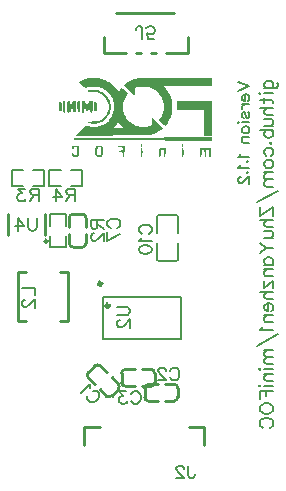
<source format=gbo>
G04 Layer: BottomSilkLayer*
G04 EasyEDA v6.4.25, 2021-10-30T01:07:18+08:00*
G04 7f02064591534d1f9d428ba05e81f3eb,34bb6763e28e4bbdb854ef51fa08daf4,10*
G04 Gerber Generator version 0.2*
G04 Scale: 100 percent, Rotated: No, Reflected: No *
G04 Dimensions in millimeters *
G04 leading zeros omitted , absolute positions ,4 integer and 5 decimal *
%FSLAX45Y45*%
%MOMM*%

%ADD10C,0.2540*%
%ADD11C,0.2000*%
%ADD12C,0.3000*%
%ADD43C,0.1524*%
%ADD45C,0.2032*%

%LPD*%
G36*
X820216Y3430270D02*
G01*
X811682Y3429914D01*
X794562Y3427780D01*
X770788Y3424072D01*
X759206Y3420973D01*
X745947Y3416655D01*
X732637Y3411677D01*
X697839Y3396386D01*
X717804Y3371697D01*
X725474Y3363468D01*
X733094Y3356203D01*
X739749Y3350869D01*
X742442Y3349193D01*
X748690Y3346602D01*
X754837Y3345586D01*
X761441Y3346246D01*
X772566Y3349599D01*
X777697Y3350615D01*
X783894Y3351529D01*
X798830Y3352952D01*
X815441Y3353663D01*
X830275Y3353612D01*
X842619Y3353003D01*
X854202Y3351834D01*
X864971Y3350209D01*
X874725Y3348126D01*
X883259Y3345637D01*
X887069Y3344214D01*
X892149Y3341878D01*
X897940Y3338880D01*
X904189Y3335274D01*
X917295Y3326790D01*
X923747Y3322167D01*
X935532Y3312820D01*
X943864Y3305048D01*
X951687Y3296665D01*
X958951Y3287572D01*
X965758Y3277768D01*
X968959Y3272637D01*
X974953Y3261766D01*
X981303Y3248609D01*
X986688Y3236061D01*
X988720Y3230524D01*
X990244Y3225292D01*
X991463Y3220059D01*
X992276Y3214674D01*
X992784Y3208883D01*
X993038Y3202584D01*
X992835Y3187395D01*
X992073Y3169615D01*
X990904Y3154984D01*
X989126Y3142742D01*
X986485Y3131820D01*
X984758Y3126536D01*
X980287Y3115716D01*
X974344Y3103676D01*
X968756Y3093821D01*
X962304Y3084169D01*
X955192Y3074822D01*
X947521Y3065932D01*
X939342Y3057702D01*
X935177Y3053842D01*
X926642Y3046882D01*
X917600Y3040430D01*
X907999Y3034436D01*
X898144Y3029102D01*
X888339Y3024530D01*
X878789Y3020822D01*
X869086Y3017977D01*
X858926Y3015742D01*
X848614Y3014116D01*
X838047Y3013151D01*
X827125Y3012846D01*
X815695Y3013202D01*
X802487Y3014218D01*
X788009Y3015742D01*
X775004Y3017418D01*
X765048Y3019044D01*
X758952Y3020263D01*
X756158Y3020364D01*
X753364Y3019958D01*
X750316Y3018993D01*
X746963Y3017316D01*
X743204Y3014878D01*
X738886Y3011678D01*
X732944Y3006648D01*
X997864Y3006648D01*
X1021537Y3039516D01*
X1030986Y3052165D01*
X1032611Y3054045D01*
X1038047Y3047085D01*
X1066749Y3006648D01*
X732944Y3006648D01*
X721664Y2996285D01*
X705459Y2980486D01*
X662432Y2937865D01*
X1306423Y2940862D01*
X1352092Y2962402D01*
X1359916Y2966466D01*
X1374495Y2974848D01*
X1386382Y2982671D01*
X1390853Y2986074D01*
X1394002Y2989021D01*
X1405890Y3001670D01*
X1355750Y3052064D01*
X1340205Y3067050D01*
X1327810Y3078429D01*
X1323289Y3082290D01*
X1320088Y3084728D01*
X1318412Y3085592D01*
X1316837Y3083153D01*
X1315516Y3076549D01*
X1314653Y3066796D01*
X1314348Y3054858D01*
X1314348Y3024124D01*
X1293977Y3018028D01*
X1289253Y3016808D01*
X1283563Y3015640D01*
X1270203Y3013710D01*
X1255623Y3012389D01*
X1241552Y3011932D01*
X1234084Y3012135D01*
X1226312Y3012694D01*
X1218387Y3013608D01*
X1210411Y3014827D01*
X1202537Y3016402D01*
X1194917Y3018231D01*
X1187653Y3020314D01*
X1180846Y3022600D01*
X1174597Y3025190D01*
X1167841Y3028442D01*
X1153566Y3036417D01*
X1139748Y3045460D01*
X1133551Y3050082D01*
X1128115Y3054553D01*
X1120495Y3061868D01*
X1113028Y3070199D01*
X1105916Y3079394D01*
X1099159Y3089351D01*
X1092911Y3099917D01*
X1087221Y3110941D01*
X1081125Y3124301D01*
X1076655Y3135833D01*
X1074978Y3141218D01*
X1073607Y3146501D01*
X1072540Y3151835D01*
X1071118Y3163112D01*
X1070559Y3176066D01*
X1070508Y3191205D01*
X1071118Y3204464D01*
X1071727Y3210306D01*
X1072642Y3215792D01*
X1073810Y3221228D01*
X1075385Y3226612D01*
X1077315Y3232200D01*
X1079652Y3238144D01*
X1085850Y3251758D01*
X1109065Y3298342D01*
X1086916Y3320948D01*
X1077874Y3329686D01*
X1069594Y3336848D01*
X1063040Y3341725D01*
X1059129Y3343503D01*
X1056132Y3342182D01*
X1052169Y3338576D01*
X1047800Y3333242D01*
X1043533Y3326688D01*
X1033627Y3309924D01*
X1025601Y3322777D01*
X1020368Y3329787D01*
X1012088Y3339439D01*
X1001928Y3350412D01*
X990955Y3361436D01*
X986790Y3365347D01*
X977341Y3373272D01*
X966724Y3381197D01*
X955344Y3388817D01*
X943610Y3395929D01*
X931824Y3402279D01*
X920648Y3407511D01*
X908862Y3412337D01*
X896467Y3416858D01*
X884072Y3420872D01*
X872388Y3424123D01*
X862076Y3426510D01*
X851255Y3428085D01*
X838098Y3429406D01*
G37*
G36*
X1275181Y3429660D02*
G01*
X1233474Y3429304D01*
X1224940Y3428593D01*
X1205331Y3426256D01*
X1195933Y3424834D01*
X1190904Y3423818D01*
X1177848Y3420059D01*
X1162202Y3414522D01*
X1145844Y3407867D01*
X1130401Y3400704D01*
X1115720Y3392830D01*
X1109014Y3388918D01*
X1097889Y3381603D01*
X1093876Y3378454D01*
X1091082Y3375812D01*
X1080973Y3364382D01*
X1131062Y3313937D01*
X1146556Y3298901D01*
X1158900Y3287522D01*
X1166571Y3281222D01*
X1168247Y3280359D01*
X1169771Y3282797D01*
X1171041Y3289452D01*
X1171905Y3299358D01*
X1172260Y3321405D01*
X1172565Y3329076D01*
X1173226Y3334816D01*
X1174496Y3339033D01*
X1176477Y3342081D01*
X1179423Y3344367D01*
X1183487Y3346297D01*
X1188821Y3348228D01*
X1192936Y3349396D01*
X1198372Y3350463D01*
X1212240Y3352241D01*
X1228547Y3353409D01*
X1245362Y3353714D01*
X1257808Y3353358D01*
X1269695Y3352495D01*
X1280871Y3351072D01*
X1291082Y3349244D01*
X1300226Y3346907D01*
X1308150Y3344214D01*
X1313230Y3341878D01*
X1318971Y3338880D01*
X1325219Y3335274D01*
X1338326Y3326790D01*
X1344828Y3322167D01*
X1356614Y3312820D01*
X1364945Y3305048D01*
X1372768Y3296615D01*
X1376476Y3292195D01*
X1383487Y3282746D01*
X1390040Y3272536D01*
X1396085Y3261614D01*
X1402181Y3248914D01*
X1407363Y3236671D01*
X1409395Y3231083D01*
X1411071Y3225698D01*
X1412443Y3220415D01*
X1413510Y3215030D01*
X1414322Y3209442D01*
X1415237Y3197148D01*
X1415491Y3182467D01*
X1415237Y3167329D01*
X1414881Y3160826D01*
X1414272Y3154883D01*
X1413408Y3149295D01*
X1412240Y3143859D01*
X1410716Y3138474D01*
X1408836Y3132886D01*
X1403705Y3120593D01*
X1396492Y3105658D01*
X1377492Y3067558D01*
X1399641Y3045002D01*
X1408684Y3036265D01*
X1416964Y3029051D01*
X1423517Y3024225D01*
X1427480Y3022447D01*
X1428953Y3023057D01*
X1431036Y3024733D01*
X1433626Y3027375D01*
X1439926Y3035198D01*
X1447038Y3045510D01*
X1454302Y3057550D01*
X1461770Y3071215D01*
X1468678Y3085134D01*
X1474165Y3097479D01*
X1477264Y3106013D01*
X1479448Y3114598D01*
X1481582Y3124962D01*
X1483512Y3136493D01*
X1485138Y3148584D01*
X1486357Y3160623D01*
X1487119Y3172561D01*
X1487373Y3185312D01*
X1487119Y3198164D01*
X1486408Y3210712D01*
X1485290Y3222447D01*
X1483766Y3232912D01*
X1481277Y3243884D01*
X1477365Y3257651D01*
X1472742Y3271418D01*
X1467967Y3283407D01*
X1465732Y3288233D01*
X1460195Y3298393D01*
X1453032Y3310432D01*
X1445107Y3322929D01*
X1437386Y3334308D01*
X1419606Y3359302D01*
X1824837Y3359302D01*
X1824837Y3427628D01*
X1389380Y3429558D01*
G37*
G36*
X829259Y3326231D02*
G01*
X812850Y3325876D01*
X798677Y3324758D01*
X786536Y3323386D01*
X777748Y3321761D01*
X774954Y3320999D01*
X773480Y3320237D01*
X772718Y3318408D01*
X773226Y3316224D01*
X774903Y3313836D01*
X777646Y3311651D01*
X782370Y3309975D01*
X789533Y3309061D01*
X798169Y3309010D01*
X812546Y3310382D01*
X818337Y3310534D01*
X824484Y3310382D01*
X830935Y3309874D01*
X837590Y3309010D01*
X844397Y3307842D01*
X851153Y3306368D01*
X857859Y3304590D01*
X864920Y3302304D01*
X871778Y3299663D01*
X878382Y3296615D01*
X884732Y3293211D01*
X890879Y3289401D01*
X896721Y3285185D01*
X902360Y3280664D01*
X907796Y3275736D01*
X912571Y3270707D01*
X917295Y3265119D01*
X921867Y3259074D01*
X926185Y3252673D01*
X930249Y3246018D01*
X933958Y3239211D01*
X937260Y3232302D01*
X940053Y3225444D01*
X944371Y3212896D01*
X947928Y3200704D01*
X950315Y3190290D01*
X951179Y3182975D01*
X950976Y3179826D01*
X950366Y3175812D01*
X948080Y3165703D01*
X944778Y3154070D01*
X940663Y3142183D01*
X938123Y3135985D01*
X935024Y3129584D01*
X931468Y3123133D01*
X927557Y3116732D01*
X923391Y3110585D01*
X919073Y3104845D01*
X914704Y3099663D01*
X910437Y3095193D01*
X901344Y3087116D01*
X891235Y3079191D01*
X881329Y3072282D01*
X876858Y3069488D01*
X872896Y3067304D01*
X868273Y3065272D01*
X862990Y3063494D01*
X857097Y3061919D01*
X850595Y3060649D01*
X843635Y3059684D01*
X836117Y3058922D01*
X828192Y3058515D01*
X812596Y3058261D01*
X798982Y3057652D01*
X787603Y3056534D01*
X783183Y3055823D01*
X779881Y3055061D01*
X777798Y3054197D01*
X775157Y3052165D01*
X774090Y3050235D01*
X774649Y3048355D01*
X776782Y3046577D01*
X781050Y3044952D01*
X788314Y3043174D01*
X797712Y3041446D01*
X808075Y3040024D01*
X814425Y3039465D01*
X821029Y3039262D01*
X827836Y3039465D01*
X834847Y3040024D01*
X841959Y3040888D01*
X849172Y3042158D01*
X856487Y3043783D01*
X863853Y3045764D01*
X871372Y3048203D01*
X878687Y3050997D01*
X885698Y3054197D01*
X892505Y3057753D01*
X899058Y3061766D01*
X905459Y3066237D01*
X911707Y3071114D01*
X917803Y3076397D01*
X922782Y3081223D01*
X932891Y3092196D01*
X937717Y3097987D01*
X946200Y3109366D01*
X949553Y3114548D01*
X952195Y3119170D01*
X954379Y3123996D01*
X956564Y3129635D01*
X960526Y3142589D01*
X963625Y3156407D01*
X964742Y3163112D01*
X965504Y3169412D01*
X965911Y3175762D01*
X966063Y3182518D01*
X965657Y3196437D01*
X965149Y3203194D01*
X963472Y3215233D01*
X962355Y3220110D01*
X960882Y3224885D01*
X956462Y3236061D01*
X950671Y3248152D01*
X944168Y3259734D01*
X940917Y3264865D01*
X937412Y3269792D01*
X933399Y3274923D01*
X924458Y3285032D01*
X915212Y3293973D01*
X910844Y3297682D01*
X906830Y3300628D01*
X898093Y3306064D01*
X887933Y3311601D01*
X877620Y3316630D01*
X868426Y3320440D01*
X863346Y3322116D01*
X857605Y3323488D01*
X851255Y3324555D01*
X844397Y3325418D01*
X837031Y3325977D01*
G37*
G36*
X572008Y3232962D02*
G01*
X568655Y3232759D01*
X566115Y3231845D01*
X564286Y3229711D01*
X563067Y3225901D01*
X562457Y3219907D01*
X562254Y3211322D01*
X562813Y3184347D01*
X563930Y3159201D01*
X564692Y3150616D01*
X565708Y3144164D01*
X567029Y3139643D01*
X568756Y3136646D01*
X570890Y3134868D01*
X573532Y3133953D01*
X576326Y3133750D01*
X578459Y3134563D01*
X580085Y3136747D01*
X581253Y3140760D01*
X582015Y3146958D01*
X582472Y3155696D01*
X582777Y3182569D01*
X582472Y3210356D01*
X582015Y3219246D01*
X581152Y3225495D01*
X579831Y3229457D01*
X577951Y3231743D01*
X575360Y3232759D01*
G37*
G36*
X609092Y3232962D02*
G01*
X605790Y3232708D01*
X603300Y3231692D01*
X601421Y3229406D01*
X600151Y3225342D01*
X599287Y3219145D01*
X598830Y3210255D01*
X598525Y3182620D01*
X598779Y3154019D01*
X599236Y3145129D01*
X600100Y3139186D01*
X601573Y3135630D01*
X603656Y3133902D01*
X606552Y3133547D01*
X610362Y3133902D01*
X616305Y3136087D01*
X622147Y3141014D01*
X627888Y3148685D01*
X633628Y3159302D01*
X645058Y3182975D01*
X646785Y3159302D01*
X648106Y3147314D01*
X650189Y3140100D01*
X653694Y3136544D01*
X659079Y3135630D01*
X662279Y3135884D01*
X664819Y3136950D01*
X666750Y3139236D01*
X668172Y3143199D01*
X669239Y3149244D01*
X670001Y3157829D01*
X671118Y3184296D01*
X672642Y3232962D01*
X659384Y3232962D01*
X655675Y3232708D01*
X652272Y3231845D01*
X649173Y3230270D01*
X646176Y3227882D01*
X643178Y3224580D01*
X640080Y3220212D01*
X636727Y3214725D01*
X620064Y3182975D01*
X619861Y3207969D01*
X619353Y3220923D01*
X617778Y3228492D01*
X614527Y3232099D01*
G37*
G36*
X693267Y3232962D02*
G01*
X689813Y3232759D01*
X687222Y3231845D01*
X685342Y3229762D01*
X684123Y3225952D01*
X683463Y3220008D01*
X683260Y3211372D01*
X683869Y3184296D01*
X684987Y3157829D01*
X685749Y3149244D01*
X686765Y3143199D01*
X688238Y3139236D01*
X690168Y3136950D01*
X692658Y3135884D01*
X695909Y3135630D01*
X699109Y3135833D01*
X701598Y3136798D01*
X703529Y3138881D01*
X705002Y3142335D01*
X706069Y3147517D01*
X706831Y3154883D01*
X707999Y3177235D01*
X708355Y3193948D01*
X708304Y3208731D01*
X707745Y3219907D01*
X707339Y3223666D01*
X706831Y3225952D01*
X704951Y3228644D01*
X701751Y3230880D01*
X697687Y3232404D01*
G37*
G36*
X719582Y3232962D02*
G01*
X719632Y3167481D01*
X719886Y3155543D01*
X720344Y3146704D01*
X721207Y3140557D01*
X722477Y3136544D01*
X724357Y3134258D01*
X726846Y3133191D01*
X730097Y3132988D01*
X735634Y3133902D01*
X738886Y3137814D01*
X740511Y3146196D01*
X741172Y3160623D01*
X741680Y3188258D01*
X749757Y3168497D01*
X753516Y3160826D01*
X757682Y3154578D01*
X761796Y3150311D01*
X765302Y3148787D01*
X769010Y3150514D01*
X773531Y3155340D01*
X778357Y3162452D01*
X782878Y3171139D01*
X793038Y3193491D01*
X793292Y3153968D01*
X793546Y3147009D01*
X794054Y3141726D01*
X794918Y3137966D01*
X796086Y3135477D01*
X797712Y3134156D01*
X799846Y3133699D01*
X802487Y3133953D01*
X805129Y3134868D01*
X807313Y3136646D01*
X808990Y3139643D01*
X810310Y3144164D01*
X811326Y3150616D01*
X812088Y3159201D01*
X813206Y3184347D01*
X814730Y3232962D01*
X794766Y3232810D01*
X791006Y3232150D01*
X787806Y3230930D01*
X785012Y3228949D01*
X782472Y3226104D01*
X780034Y3222193D01*
X777494Y3217062D01*
X765556Y3188258D01*
X758596Y3204006D01*
X755904Y3210661D01*
X753618Y3217113D01*
X752043Y3222599D01*
X751433Y3226409D01*
X750112Y3229000D01*
X746709Y3231083D01*
X741680Y3232454D01*
X735380Y3232962D01*
G37*
G36*
X1530096Y3232962D02*
G01*
X1530096Y3159302D01*
X1756460Y3159302D01*
X1756460Y2938221D01*
X1824837Y2938221D01*
X1824837Y3232962D01*
G37*
G36*
X544322Y3227730D02*
G01*
X541172Y3227222D01*
X537667Y3225850D01*
X534162Y3223869D01*
X531164Y3221380D01*
X528726Y3216605D01*
X526694Y3208274D01*
X525373Y3197555D01*
X524865Y3185617D01*
X525373Y3173679D01*
X526694Y3162909D01*
X528726Y3154578D01*
X531164Y3149803D01*
X534162Y3147364D01*
X537667Y3145332D01*
X541172Y3144012D01*
X544322Y3143504D01*
X546049Y3144012D01*
X547522Y3145688D01*
X548690Y3148634D01*
X549656Y3152902D01*
X550316Y3158642D01*
X550824Y3165906D01*
X551180Y3185617D01*
X550824Y3205276D01*
X550316Y3212541D01*
X549656Y3218281D01*
X548690Y3222548D01*
X547522Y3225495D01*
X546049Y3227171D01*
G37*
G36*
X832561Y3227730D02*
G01*
X830478Y3227273D01*
X828802Y3225850D01*
X827430Y3223209D01*
X826414Y3219196D01*
X825703Y3213608D01*
X825195Y3206292D01*
X824839Y3185617D01*
X825195Y3164890D01*
X825703Y3157575D01*
X826414Y3151987D01*
X827430Y3147974D01*
X828802Y3145383D01*
X830478Y3143910D01*
X832561Y3143504D01*
X836015Y3144316D01*
X839622Y3146501D01*
X843026Y3149701D01*
X845718Y3153664D01*
X847852Y3159353D01*
X849579Y3167278D01*
X850747Y3176371D01*
X851153Y3185617D01*
X850747Y3194862D01*
X849579Y3203956D01*
X847852Y3211880D01*
X845718Y3217519D01*
X843026Y3221482D01*
X839622Y3224733D01*
X836015Y3226917D01*
G37*
G36*
X1824837Y2922473D02*
G01*
X998423Y2920542D01*
X826262Y2919780D01*
X767435Y2919272D01*
X723798Y2918561D01*
X693064Y2917647D01*
X672947Y2916428D01*
X666191Y2915767D01*
X661263Y2914954D01*
X657809Y2914091D01*
X655269Y2912872D01*
X654151Y2911500D01*
X653796Y2909976D01*
X653999Y2907385D01*
X654659Y2906217D01*
X656082Y2905201D01*
X659384Y2904032D01*
X663498Y2903220D01*
X669340Y2902458D01*
X677113Y2901797D01*
X699617Y2900680D01*
X733399Y2899816D01*
X780592Y2899156D01*
X843584Y2898648D01*
X1025753Y2897936D01*
X1824837Y2896108D01*
G37*
G36*
X1227480Y2864561D02*
G01*
X1224381Y2863748D01*
X1221892Y2861462D01*
X1220216Y2858160D01*
X1219606Y2854045D01*
X1220216Y2849930D01*
X1221892Y2846578D01*
X1224381Y2844342D01*
X1227480Y2843479D01*
X1230579Y2844342D01*
X1233068Y2846578D01*
X1234744Y2849930D01*
X1235405Y2854045D01*
X1234744Y2858160D01*
X1233068Y2861462D01*
X1230579Y2863748D01*
G37*
G36*
X1574850Y2864561D02*
G01*
X1571752Y2863748D01*
X1569262Y2861462D01*
X1567586Y2858160D01*
X1566976Y2854045D01*
X1567586Y2849930D01*
X1569262Y2846578D01*
X1571752Y2844342D01*
X1574850Y2843479D01*
X1577949Y2844342D01*
X1580438Y2846578D01*
X1582115Y2849930D01*
X1582775Y2854045D01*
X1582115Y2858160D01*
X1580438Y2861462D01*
X1577949Y2863748D01*
G37*
G36*
X669747Y2854045D02*
G01*
X660806Y2853537D01*
X652526Y2852166D01*
X645871Y2850184D01*
X641705Y2847695D01*
X639267Y2844495D01*
X637235Y2840482D01*
X635863Y2836113D01*
X635406Y2831896D01*
X635965Y2828239D01*
X637540Y2825242D01*
X639826Y2823210D01*
X642670Y2822448D01*
X645718Y2823260D01*
X648614Y2825546D01*
X651052Y2828899D01*
X654761Y2837637D01*
X658114Y2840888D01*
X662889Y2842869D01*
X669086Y2843479D01*
X673506Y2843377D01*
X676859Y2842818D01*
X679246Y2841447D01*
X680923Y2838907D01*
X681939Y2834741D01*
X682498Y2828696D01*
X682752Y2809290D01*
X682752Y2775102D01*
X666953Y2775102D01*
X660044Y2775559D01*
X655116Y2777032D01*
X652170Y2779522D01*
X651154Y2782976D01*
X650544Y2786024D01*
X648868Y2788564D01*
X646328Y2790240D01*
X643280Y2790850D01*
X640232Y2790139D01*
X637692Y2788107D01*
X636016Y2785059D01*
X635406Y2781401D01*
X635863Y2777236D01*
X637235Y2772867D01*
X639267Y2768803D01*
X641705Y2765602D01*
X645668Y2763164D01*
X651713Y2761132D01*
X659130Y2759811D01*
X666953Y2759303D01*
X674827Y2759811D01*
X682193Y2761132D01*
X688289Y2763164D01*
X692251Y2765602D01*
X693572Y2767634D01*
X694791Y2770886D01*
X695858Y2775254D01*
X696772Y2780588D01*
X697534Y2786837D01*
X698449Y2801366D01*
X698449Y2817063D01*
X697941Y2831033D01*
X696976Y2842107D01*
X696417Y2846171D01*
X695756Y2849067D01*
X695045Y2850489D01*
X691946Y2851861D01*
X686155Y2852978D01*
X678484Y2853740D01*
G37*
G36*
X866648Y2854045D02*
G01*
X855065Y2853588D01*
X846785Y2852115D01*
X841400Y2849524D01*
X838555Y2845714D01*
X837336Y2839872D01*
X836320Y2830220D01*
X835660Y2818028D01*
X835406Y2804668D01*
X835507Y2797810D01*
X836421Y2785110D01*
X837184Y2779522D01*
X838058Y2775102D01*
X850646Y2775102D01*
X852779Y2818434D01*
X853440Y2826461D01*
X854303Y2832354D01*
X855624Y2836468D01*
X857503Y2839212D01*
X860145Y2840888D01*
X863650Y2841904D01*
X882751Y2844190D01*
X882751Y2775102D01*
X838058Y2775102D01*
X839216Y2770632D01*
X840384Y2767533D01*
X841705Y2765602D01*
X845667Y2763164D01*
X851712Y2761132D01*
X859129Y2759811D01*
X866952Y2759303D01*
X874826Y2759811D01*
X882192Y2761132D01*
X888288Y2763164D01*
X892200Y2765602D01*
X893571Y2767634D01*
X894791Y2770886D01*
X895858Y2775254D01*
X896772Y2780588D01*
X897534Y2786837D01*
X898448Y2801366D01*
X898448Y2817063D01*
X897940Y2831033D01*
X896975Y2842107D01*
X896416Y2846171D01*
X895756Y2849067D01*
X895045Y2850489D01*
X891692Y2851861D01*
X885240Y2852978D01*
X876604Y2853740D01*
G37*
G36*
X1056436Y2854045D02*
G01*
X1046226Y2853588D01*
X1037844Y2852470D01*
X1032205Y2850794D01*
X1030122Y2848762D01*
X1031595Y2846730D01*
X1035558Y2845054D01*
X1041400Y2843936D01*
X1058570Y2843072D01*
X1064107Y2841040D01*
X1066444Y2836316D01*
X1066952Y2827731D01*
X1066444Y2819298D01*
X1064310Y2814574D01*
X1059586Y2812389D01*
X1045057Y2811526D01*
X1040028Y2810357D01*
X1036624Y2808681D01*
X1035405Y2806649D01*
X1036624Y2804617D01*
X1040028Y2802940D01*
X1045057Y2801823D01*
X1059942Y2800908D01*
X1064666Y2798318D01*
X1066596Y2792018D01*
X1067409Y2770632D01*
X1068781Y2764129D01*
X1071219Y2760421D01*
X1074877Y2759303D01*
X1077061Y2759760D01*
X1078788Y2761284D01*
X1080160Y2764078D01*
X1081227Y2768498D01*
X1081938Y2774696D01*
X1082446Y2782976D01*
X1082751Y2806649D01*
X1082751Y2854045D01*
G37*
G36*
X1814322Y2833014D02*
G01*
X1722221Y2830322D01*
X1720291Y2784906D01*
X1720240Y2776931D01*
X1720443Y2770733D01*
X1720951Y2766110D01*
X1721866Y2762808D01*
X1723237Y2760726D01*
X1725015Y2759608D01*
X1727250Y2759303D01*
X1729435Y2759608D01*
X1731264Y2760726D01*
X1732635Y2762707D01*
X1733753Y2765755D01*
X1734515Y2770022D01*
X1735023Y2775559D01*
X1735683Y2808884D01*
X1736191Y2814472D01*
X1737106Y2818231D01*
X1738579Y2820568D01*
X1740662Y2821686D01*
X1743506Y2821889D01*
X1747215Y2821482D01*
X1750771Y2820771D01*
X1753565Y2819654D01*
X1755698Y2817825D01*
X1757324Y2815031D01*
X1758543Y2811068D01*
X1759457Y2805633D01*
X1760118Y2798572D01*
X1760626Y2789529D01*
X1761642Y2777794D01*
X1763166Y2768193D01*
X1764995Y2761691D01*
X1766976Y2759303D01*
X1768906Y2761691D01*
X1770786Y2768193D01*
X1772310Y2777794D01*
X1774494Y2805633D01*
X1775358Y2811068D01*
X1776577Y2815031D01*
X1778203Y2817825D01*
X1780387Y2819654D01*
X1783181Y2820771D01*
X1786686Y2821482D01*
X1790395Y2821889D01*
X1793239Y2821686D01*
X1795373Y2820568D01*
X1796796Y2818231D01*
X1797761Y2814472D01*
X1798269Y2808884D01*
X1798929Y2775762D01*
X1799437Y2770174D01*
X1800199Y2765907D01*
X1801215Y2762808D01*
X1802587Y2760776D01*
X1804314Y2759659D01*
X1806448Y2759303D01*
X1808581Y2759659D01*
X1810308Y2760929D01*
X1811680Y2763215D01*
X1812747Y2766720D01*
X1813509Y2771648D01*
X1814271Y2786176D01*
G37*
G36*
X1227480Y2832963D02*
G01*
X1225346Y2832608D01*
X1223619Y2831338D01*
X1222248Y2829001D01*
X1221181Y2825496D01*
X1220419Y2820619D01*
X1219657Y2806090D01*
X1219657Y2786176D01*
X1220419Y2771648D01*
X1221181Y2766720D01*
X1222248Y2763215D01*
X1223619Y2760929D01*
X1225346Y2759659D01*
X1227480Y2759303D01*
X1229614Y2759659D01*
X1231341Y2760929D01*
X1232763Y2763215D01*
X1233779Y2766720D01*
X1234541Y2771648D01*
X1235049Y2778048D01*
X1235405Y2796133D01*
X1235049Y2814218D01*
X1234541Y2820619D01*
X1233779Y2825496D01*
X1232763Y2829001D01*
X1231341Y2831338D01*
X1229614Y2832608D01*
G37*
G36*
X1404366Y2832963D02*
G01*
X1392326Y2832506D01*
X1383792Y2831084D01*
X1378305Y2828493D01*
X1375410Y2824632D01*
X1374190Y2819146D01*
X1373174Y2810408D01*
X1372463Y2799537D01*
X1372209Y2787802D01*
X1372616Y2774340D01*
X1373886Y2765501D01*
X1376273Y2760726D01*
X1379880Y2759303D01*
X1383487Y2760878D01*
X1386128Y2766060D01*
X1387906Y2775407D01*
X1389583Y2797911D01*
X1390294Y2804718D01*
X1391158Y2810103D01*
X1392275Y2814218D01*
X1393698Y2817266D01*
X1395526Y2819400D01*
X1397762Y2820771D01*
X1400556Y2821584D01*
X1404721Y2821787D01*
X1408836Y2820822D01*
X1412392Y2818993D01*
X1414932Y2816402D01*
X1416710Y2811678D01*
X1418132Y2804007D01*
X1419148Y2794558D01*
X1419961Y2774594D01*
X1421130Y2766618D01*
X1422806Y2761284D01*
X1424838Y2759303D01*
X1425956Y2760014D01*
X1426972Y2762097D01*
X1427835Y2765399D01*
X1429258Y2775204D01*
X1430020Y2788513D01*
X1430121Y2832963D01*
G37*
G36*
X1574850Y2832963D02*
G01*
X1572717Y2832608D01*
X1570990Y2831338D01*
X1569618Y2829001D01*
X1568551Y2825496D01*
X1567789Y2820619D01*
X1567027Y2806090D01*
X1567027Y2786176D01*
X1567789Y2771648D01*
X1568551Y2766720D01*
X1569618Y2763215D01*
X1570990Y2760929D01*
X1572717Y2759659D01*
X1574850Y2759303D01*
X1576984Y2759659D01*
X1578711Y2760929D01*
X1580134Y2763215D01*
X1581150Y2766720D01*
X1581912Y2771648D01*
X1582420Y2778048D01*
X1582775Y2796133D01*
X1582420Y2814218D01*
X1581912Y2820619D01*
X1581150Y2825496D01*
X1580134Y2829001D01*
X1578711Y2831338D01*
X1576984Y2832608D01*
G37*
D11*
X2266591Y3338146D02*
G01*
X2353863Y3338146D01*
X2370226Y3343600D01*
X2375682Y3349053D01*
X2381135Y3359962D01*
X2381135Y3376328D01*
X2375682Y3387237D01*
X2282954Y3338146D02*
G01*
X2272045Y3349053D01*
X2266591Y3359962D01*
X2266591Y3376328D01*
X2272045Y3387237D01*
X2282954Y3398146D01*
X2299317Y3403600D01*
X2310226Y3403600D01*
X2326591Y3398146D01*
X2337501Y3387237D01*
X2342954Y3376328D01*
X2342954Y3359962D01*
X2337501Y3349053D01*
X2326591Y3338146D01*
X2228410Y3302144D02*
G01*
X2233863Y3296691D01*
X2228410Y3291235D01*
X2222954Y3296691D01*
X2228410Y3302144D01*
X2266591Y3296691D02*
G01*
X2342954Y3296691D01*
X2228410Y3238873D02*
G01*
X2321135Y3238873D01*
X2337501Y3233417D01*
X2342954Y3222510D01*
X2342954Y3211601D01*
X2266591Y3255236D02*
G01*
X2266591Y3217054D01*
X2228410Y3175599D02*
G01*
X2342954Y3175599D01*
X2288410Y3175599D02*
G01*
X2272045Y3159236D01*
X2266591Y3148327D01*
X2266591Y3131964D01*
X2272045Y3121055D01*
X2288410Y3115599D01*
X2342954Y3115599D01*
X2266591Y3079600D02*
G01*
X2321135Y3079600D01*
X2337501Y3074146D01*
X2342954Y3063237D01*
X2342954Y3046872D01*
X2337501Y3035965D01*
X2321135Y3019600D01*
X2266591Y3019600D02*
G01*
X2342954Y3019600D01*
X2228410Y2983600D02*
G01*
X2342954Y2983600D01*
X2282954Y2983600D02*
G01*
X2272045Y2972691D01*
X2266591Y2961782D01*
X2266591Y2945419D01*
X2272045Y2934510D01*
X2282954Y2923600D01*
X2299317Y2918147D01*
X2310226Y2918147D01*
X2326591Y2923600D01*
X2337501Y2934510D01*
X2342954Y2945419D01*
X2342954Y2961782D01*
X2337501Y2972691D01*
X2326591Y2983600D01*
X2315682Y2876692D02*
G01*
X2321135Y2882145D01*
X2326591Y2876692D01*
X2321135Y2871236D01*
X2315682Y2876692D01*
X2282954Y2769783D02*
G01*
X2272045Y2780692D01*
X2266591Y2791602D01*
X2266591Y2807964D01*
X2272045Y2818874D01*
X2282954Y2829783D01*
X2299317Y2835236D01*
X2310226Y2835236D01*
X2326591Y2829783D01*
X2337501Y2818874D01*
X2342954Y2807964D01*
X2342954Y2791602D01*
X2337501Y2780692D01*
X2326591Y2769783D01*
X2266591Y2706509D02*
G01*
X2272045Y2717419D01*
X2282954Y2728328D01*
X2299317Y2733784D01*
X2310226Y2733784D01*
X2326591Y2728328D01*
X2337501Y2717419D01*
X2342954Y2706509D01*
X2342954Y2690147D01*
X2337501Y2679237D01*
X2326591Y2668328D01*
X2310226Y2662875D01*
X2299317Y2662875D01*
X2282954Y2668328D01*
X2272045Y2679237D01*
X2266591Y2690147D01*
X2266591Y2706509D01*
X2266591Y2626873D02*
G01*
X2342954Y2626873D01*
X2288410Y2626873D02*
G01*
X2272045Y2610510D01*
X2266591Y2599601D01*
X2266591Y2583238D01*
X2272045Y2572329D01*
X2288410Y2566873D01*
X2342954Y2566873D01*
X2288410Y2566873D02*
G01*
X2272045Y2550510D01*
X2266591Y2539601D01*
X2266591Y2523238D01*
X2272045Y2512329D01*
X2288410Y2506873D01*
X2342954Y2506873D01*
X2206591Y2372692D02*
G01*
X2381135Y2470873D01*
X2228410Y2260330D02*
G01*
X2342954Y2336693D01*
X2228410Y2336693D02*
G01*
X2228410Y2260330D01*
X2342954Y2336693D02*
G01*
X2342954Y2260330D01*
X2228410Y2224328D02*
G01*
X2342954Y2224328D01*
X2288410Y2224328D02*
G01*
X2272045Y2207966D01*
X2266591Y2197056D01*
X2266591Y2180694D01*
X2272045Y2169784D01*
X2288410Y2164328D01*
X2342954Y2164328D01*
X2266591Y2128329D02*
G01*
X2321135Y2128329D01*
X2337501Y2122876D01*
X2342954Y2111966D01*
X2342954Y2095601D01*
X2337501Y2084692D01*
X2321135Y2068329D01*
X2266591Y2068329D02*
G01*
X2342954Y2068329D01*
X2228410Y2032330D02*
G01*
X2282954Y1988693D01*
X2342954Y1988693D01*
X2228410Y1945058D02*
G01*
X2282954Y1988693D01*
X2266591Y1843603D02*
G01*
X2342954Y1843603D01*
X2282954Y1843603D02*
G01*
X2272045Y1854512D01*
X2266591Y1865421D01*
X2266591Y1881784D01*
X2272045Y1892693D01*
X2282954Y1903603D01*
X2299317Y1909056D01*
X2310226Y1909056D01*
X2326591Y1903603D01*
X2337501Y1892693D01*
X2342954Y1881784D01*
X2342954Y1865421D01*
X2337501Y1854512D01*
X2326591Y1843603D01*
X2266591Y1807603D02*
G01*
X2342954Y1807603D01*
X2288410Y1807603D02*
G01*
X2272045Y1791238D01*
X2266591Y1780331D01*
X2266591Y1763966D01*
X2272045Y1753057D01*
X2288410Y1747603D01*
X2342954Y1747603D01*
X2266591Y1651604D02*
G01*
X2342954Y1711604D01*
X2266591Y1711604D02*
G01*
X2266591Y1651604D01*
X2342954Y1711604D02*
G01*
X2342954Y1651604D01*
X2228410Y1615602D02*
G01*
X2342954Y1615602D01*
X2288410Y1615602D02*
G01*
X2272045Y1599239D01*
X2266591Y1588330D01*
X2266591Y1571967D01*
X2272045Y1561058D01*
X2288410Y1555602D01*
X2342954Y1555602D01*
X2299317Y1519603D02*
G01*
X2299317Y1454150D01*
X2288410Y1454150D01*
X2277501Y1459603D01*
X2272045Y1465059D01*
X2266591Y1475968D01*
X2266591Y1492331D01*
X2272045Y1503240D01*
X2282954Y1514149D01*
X2299317Y1519603D01*
X2310226Y1519603D01*
X2326591Y1514149D01*
X2337501Y1503240D01*
X2342954Y1492331D01*
X2342954Y1475968D01*
X2337501Y1465059D01*
X2326591Y1454150D01*
X2266591Y1418150D02*
G01*
X2342954Y1418150D01*
X2288410Y1418150D02*
G01*
X2272045Y1401785D01*
X2266591Y1390876D01*
X2266591Y1374513D01*
X2272045Y1363604D01*
X2288410Y1358150D01*
X2342954Y1358150D01*
X2250226Y1322148D02*
G01*
X2244773Y1311239D01*
X2228410Y1294876D01*
X2342954Y1294876D01*
X2206591Y1160696D02*
G01*
X2381135Y1258877D01*
X2266591Y1124694D02*
G01*
X2342954Y1124694D01*
X2288410Y1124694D02*
G01*
X2272045Y1108331D01*
X2266591Y1097422D01*
X2266591Y1081059D01*
X2272045Y1070150D01*
X2288410Y1064694D01*
X2342954Y1064694D01*
X2288410Y1064694D02*
G01*
X2272045Y1048331D01*
X2266591Y1037422D01*
X2266591Y1021059D01*
X2272045Y1010150D01*
X2288410Y1004694D01*
X2342954Y1004694D01*
X2228410Y968695D02*
G01*
X2233863Y963241D01*
X2228410Y957785D01*
X2222954Y963241D01*
X2228410Y968695D01*
X2266591Y963241D02*
G01*
X2342954Y963241D01*
X2266591Y921786D02*
G01*
X2342954Y921786D01*
X2288410Y921786D02*
G01*
X2272045Y905423D01*
X2266591Y894514D01*
X2266591Y878151D01*
X2272045Y867242D01*
X2288410Y861786D01*
X2342954Y861786D01*
X2228410Y825787D02*
G01*
X2233863Y820333D01*
X2228410Y814877D01*
X2222954Y820333D01*
X2228410Y825787D01*
X2266591Y820333D02*
G01*
X2342954Y820333D01*
X2228410Y778878D02*
G01*
X2342954Y778878D01*
X2228410Y778878D02*
G01*
X2228410Y707969D01*
X2282954Y778878D02*
G01*
X2282954Y735241D01*
X2228410Y639241D02*
G01*
X2233863Y650151D01*
X2244773Y661060D01*
X2255682Y666513D01*
X2272045Y671969D01*
X2299317Y671969D01*
X2315682Y666513D01*
X2326591Y661060D01*
X2337501Y650151D01*
X2342954Y639241D01*
X2342954Y617423D01*
X2337501Y606513D01*
X2326591Y595604D01*
X2315682Y590151D01*
X2299317Y584695D01*
X2272045Y584695D01*
X2255682Y590151D01*
X2244773Y595604D01*
X2233863Y606513D01*
X2228410Y617423D01*
X2228410Y639241D01*
X2255682Y466877D02*
G01*
X2244773Y472333D01*
X2233863Y483242D01*
X2228410Y494151D01*
X2228410Y515970D01*
X2233863Y526877D01*
X2244773Y537786D01*
X2255682Y543242D01*
X2272045Y548695D01*
X2299317Y548695D01*
X2315682Y543242D01*
X2326591Y537786D01*
X2337501Y526877D01*
X2342954Y515970D01*
X2342954Y494151D01*
X2337501Y483242D01*
X2326591Y472333D01*
X2315682Y466877D01*
D45*
X2045390Y3390900D02*
G01*
X2140846Y3354537D01*
X2045390Y3318172D02*
G01*
X2140846Y3354537D01*
X2104481Y3288172D02*
G01*
X2104481Y3233628D01*
X2095390Y3233628D01*
X2086300Y3238172D01*
X2081753Y3242718D01*
X2077209Y3251809D01*
X2077209Y3265446D01*
X2081753Y3274537D01*
X2090846Y3283628D01*
X2104481Y3288172D01*
X2113572Y3288172D01*
X2127209Y3283628D01*
X2136300Y3274537D01*
X2140846Y3265446D01*
X2140846Y3251809D01*
X2136300Y3242718D01*
X2127209Y3233628D01*
X2077209Y3203628D02*
G01*
X2140846Y3203628D01*
X2104481Y3203628D02*
G01*
X2090846Y3199081D01*
X2081753Y3189991D01*
X2077209Y3180900D01*
X2077209Y3167263D01*
X2090846Y3087263D02*
G01*
X2081753Y3091809D01*
X2077209Y3105447D01*
X2077209Y3119081D01*
X2081753Y3132719D01*
X2090846Y3137263D01*
X2099937Y3132719D01*
X2104481Y3123628D01*
X2109028Y3100900D01*
X2113572Y3091809D01*
X2122662Y3087263D01*
X2127209Y3087263D01*
X2136300Y3091809D01*
X2140846Y3105447D01*
X2140846Y3119081D01*
X2136300Y3132719D01*
X2127209Y3137263D01*
X2045390Y3057263D02*
G01*
X2049937Y3052719D01*
X2045390Y3048172D01*
X2040846Y3052719D01*
X2045390Y3057263D01*
X2077209Y3052719D02*
G01*
X2140846Y3052719D01*
X2077209Y2995447D02*
G01*
X2081753Y3004538D01*
X2090846Y3013628D01*
X2104481Y3018172D01*
X2113572Y3018172D01*
X2127209Y3013628D01*
X2136300Y3004538D01*
X2140846Y2995447D01*
X2140846Y2981810D01*
X2136300Y2972719D01*
X2127209Y2963628D01*
X2113572Y2959082D01*
X2104481Y2959082D01*
X2090846Y2963628D01*
X2081753Y2972719D01*
X2077209Y2981810D01*
X2077209Y2995447D01*
X2077209Y2929082D02*
G01*
X2140846Y2929082D01*
X2095390Y2929082D02*
G01*
X2081753Y2915447D01*
X2077209Y2906354D01*
X2077209Y2892719D01*
X2081753Y2883628D01*
X2095390Y2879082D01*
X2140846Y2879082D01*
X2063572Y2779082D02*
G01*
X2059028Y2769991D01*
X2045390Y2756354D01*
X2140846Y2756354D01*
X2118118Y2721810D02*
G01*
X2122662Y2726354D01*
X2127209Y2721810D01*
X2122662Y2717264D01*
X2118118Y2721810D01*
X2063572Y2687264D02*
G01*
X2059028Y2678173D01*
X2045390Y2664538D01*
X2140846Y2664538D01*
X2118118Y2629992D02*
G01*
X2122662Y2634538D01*
X2127209Y2629992D01*
X2122662Y2625448D01*
X2118118Y2629992D01*
X2068118Y2590901D02*
G01*
X2063572Y2590901D01*
X2054481Y2586354D01*
X2049937Y2581810D01*
X2045390Y2572720D01*
X2045390Y2554538D01*
X2049937Y2545448D01*
X2054481Y2540901D01*
X2063572Y2536355D01*
X2072662Y2536355D01*
X2081753Y2540901D01*
X2095390Y2549992D01*
X2140846Y2595448D01*
X2140846Y2531811D01*
D43*
X812195Y775368D02*
G01*
X823216Y779040D01*
X837910Y779040D01*
X848934Y775368D01*
X863627Y760671D01*
X867300Y749650D01*
X867300Y734956D01*
X863627Y723935D01*
X856279Y709239D01*
X837910Y690869D01*
X823216Y683524D01*
X812195Y679848D01*
X797501Y679848D01*
X786477Y683524D01*
X771784Y698218D01*
X768111Y709239D01*
X768111Y723935D01*
X771784Y734956D01*
X791621Y803287D02*
G01*
X787948Y814308D01*
X787948Y836350D01*
X710801Y759203D01*
X1469867Y948568D02*
G01*
X1475064Y958959D01*
X1485455Y969350D01*
X1495844Y974544D01*
X1516626Y974544D01*
X1527017Y969350D01*
X1537408Y958959D01*
X1542605Y948568D01*
X1547799Y932980D01*
X1547799Y907003D01*
X1542605Y891418D01*
X1537408Y881026D01*
X1527017Y870635D01*
X1516626Y865441D01*
X1495844Y865441D01*
X1485455Y870635D01*
X1475064Y881026D01*
X1469867Y891418D01*
X1430383Y948568D02*
G01*
X1430383Y953762D01*
X1425186Y964153D01*
X1419992Y969350D01*
X1409600Y974544D01*
X1388818Y974544D01*
X1378427Y969350D01*
X1373233Y964153D01*
X1368036Y953762D01*
X1368036Y943371D01*
X1373233Y932980D01*
X1383624Y917394D01*
X1435577Y865441D01*
X1362842Y865441D01*
X1141267Y749762D02*
G01*
X1146464Y760153D01*
X1156855Y770544D01*
X1167244Y775738D01*
X1188026Y775738D01*
X1198417Y770544D01*
X1208808Y760153D01*
X1214005Y749762D01*
X1219200Y734174D01*
X1219200Y708197D01*
X1214005Y692612D01*
X1208808Y682221D01*
X1198417Y671829D01*
X1188026Y666635D01*
X1167244Y666635D01*
X1156855Y671829D01*
X1146464Y682221D01*
X1141267Y692612D01*
X1096586Y775738D02*
G01*
X1039436Y775738D01*
X1070610Y734174D01*
X1055024Y734174D01*
X1044633Y728979D01*
X1039436Y723785D01*
X1034242Y708197D01*
X1034242Y697806D01*
X1039436Y682221D01*
X1049827Y671829D01*
X1065415Y666635D01*
X1081001Y666635D01*
X1096586Y671829D01*
X1101783Y677024D01*
X1106977Y687415D01*
X964737Y2157267D02*
G01*
X954346Y2162464D01*
X943955Y2172855D01*
X938761Y2183244D01*
X938761Y2204026D01*
X943955Y2214417D01*
X954346Y2224808D01*
X964737Y2230005D01*
X980325Y2235200D01*
X1006302Y2235200D01*
X1021887Y2230005D01*
X1032278Y2224808D01*
X1042670Y2214417D01*
X1047864Y2204026D01*
X1047864Y2183244D01*
X1042670Y2172855D01*
X1032278Y2162464D01*
X1021887Y2157267D01*
X938761Y2050242D02*
G01*
X1047864Y2102195D01*
X938761Y2122977D02*
G01*
X938761Y2050242D01*
X1231392Y2106421D02*
G01*
X1220978Y2111755D01*
X1210563Y2122170D01*
X1205484Y2132329D01*
X1205484Y2153157D01*
X1210563Y2163571D01*
X1220978Y2173986D01*
X1231392Y2179320D01*
X1247139Y2184400D01*
X1273047Y2184400D01*
X1288542Y2179320D01*
X1298955Y2173986D01*
X1309370Y2163571D01*
X1314450Y2153157D01*
X1314450Y2132329D01*
X1309370Y2122170D01*
X1298955Y2111755D01*
X1288542Y2106421D01*
X1226312Y2072131D02*
G01*
X1220978Y2061718D01*
X1205484Y2046223D01*
X1314450Y2046223D01*
X1205484Y1980692D02*
G01*
X1210563Y1996439D01*
X1226312Y2006600D01*
X1252220Y2011934D01*
X1267713Y2011934D01*
X1293876Y2006600D01*
X1309370Y1996439D01*
X1314450Y1980692D01*
X1314450Y1970278D01*
X1309370Y1954784D01*
X1293876Y1944370D01*
X1267713Y1939289D01*
X1252220Y1939289D01*
X1226312Y1944370D01*
X1210563Y1954784D01*
X1205484Y1970278D01*
X1205484Y1980692D01*
X799084Y2222500D02*
G01*
X908050Y2222500D01*
X799084Y2222500D02*
G01*
X799084Y2175763D01*
X804163Y2160270D01*
X809497Y2154936D01*
X819912Y2149855D01*
X830326Y2149855D01*
X840739Y2154936D01*
X845820Y2160270D01*
X850900Y2175763D01*
X850900Y2222500D01*
X850900Y2186178D02*
G01*
X908050Y2149855D01*
X824992Y2110231D02*
G01*
X819912Y2110231D01*
X809497Y2105152D01*
X804163Y2099818D01*
X799084Y2089404D01*
X799084Y2068829D01*
X804163Y2058415D01*
X809497Y2053081D01*
X819912Y2048002D01*
X830326Y2048002D01*
X840739Y2053081D01*
X856234Y2063495D01*
X908050Y2115565D01*
X908050Y2042668D01*
X355600Y2490215D02*
G01*
X355600Y2381250D01*
X355600Y2490215D02*
G01*
X308863Y2490215D01*
X293370Y2485136D01*
X288036Y2479802D01*
X282955Y2469387D01*
X282955Y2458973D01*
X288036Y2448560D01*
X293370Y2443479D01*
X308863Y2438400D01*
X355600Y2438400D01*
X319278Y2438400D02*
G01*
X282955Y2381250D01*
X238252Y2490215D02*
G01*
X181102Y2490215D01*
X212089Y2448560D01*
X196595Y2448560D01*
X186181Y2443479D01*
X181102Y2438400D01*
X175768Y2422652D01*
X175768Y2412237D01*
X181102Y2396744D01*
X191515Y2386329D01*
X207010Y2381250D01*
X222504Y2381250D01*
X238252Y2386329D01*
X243331Y2391410D01*
X248665Y2401823D01*
X660400Y2490215D02*
G01*
X660400Y2381250D01*
X660400Y2490215D02*
G01*
X613663Y2490215D01*
X598170Y2485136D01*
X592836Y2479802D01*
X587755Y2469387D01*
X587755Y2458973D01*
X592836Y2448560D01*
X598170Y2443479D01*
X613663Y2438400D01*
X660400Y2438400D01*
X624078Y2438400D02*
G01*
X587755Y2381250D01*
X501395Y2490215D02*
G01*
X553465Y2417571D01*
X475487Y2417571D01*
X501395Y2490215D02*
G01*
X501395Y2381250D01*
X338785Y2241930D02*
G01*
X338785Y2163953D01*
X333705Y2148459D01*
X323291Y2138045D01*
X307543Y2132964D01*
X297129Y2132964D01*
X281635Y2138045D01*
X271221Y2148459D01*
X266141Y2163953D01*
X266141Y2241930D01*
X179781Y2241930D02*
G01*
X231851Y2169287D01*
X153873Y2169287D01*
X179781Y2241930D02*
G01*
X179781Y2132964D01*
X1623913Y145135D02*
G01*
X1623913Y62077D01*
X1629247Y46329D01*
X1634327Y41249D01*
X1644741Y36169D01*
X1655155Y36169D01*
X1665569Y41249D01*
X1670903Y46329D01*
X1675983Y62077D01*
X1675983Y72491D01*
X1584543Y119227D02*
G01*
X1584543Y124307D01*
X1579463Y134721D01*
X1574129Y140055D01*
X1563715Y145135D01*
X1542887Y145135D01*
X1532473Y140055D01*
X1527393Y134721D01*
X1522313Y124307D01*
X1522313Y113893D01*
X1527393Y103479D01*
X1537807Y87985D01*
X1589623Y36169D01*
X1516979Y36169D01*
X1019555Y1489506D02*
G01*
X1097534Y1489506D01*
X1113028Y1484426D01*
X1123442Y1474012D01*
X1128521Y1458264D01*
X1128521Y1447850D01*
X1123442Y1432356D01*
X1113028Y1421942D01*
X1097534Y1416862D01*
X1019555Y1416862D01*
X1045463Y1377238D02*
G01*
X1040384Y1377238D01*
X1029970Y1372158D01*
X1024636Y1366824D01*
X1019555Y1356410D01*
X1019555Y1335836D01*
X1024636Y1325422D01*
X1029970Y1320088D01*
X1040384Y1315008D01*
X1050797Y1315008D01*
X1061212Y1320088D01*
X1076705Y1330502D01*
X1128521Y1382572D01*
X1128521Y1309674D01*
X1233170Y3758184D02*
G01*
X1233170Y3841242D01*
X1227836Y3856989D01*
X1222755Y3862070D01*
X1212342Y3867150D01*
X1201928Y3867150D01*
X1191513Y3862070D01*
X1186179Y3856989D01*
X1181100Y3841242D01*
X1181100Y3830828D01*
X1329689Y3758184D02*
G01*
X1277620Y3758184D01*
X1272539Y3804920D01*
X1277620Y3799839D01*
X1293368Y3794505D01*
X1308862Y3794505D01*
X1324610Y3799839D01*
X1334770Y3810000D01*
X1340104Y3825747D01*
X1340104Y3836162D01*
X1334770Y3851655D01*
X1324610Y3862070D01*
X1308862Y3867150D01*
X1293368Y3867150D01*
X1277620Y3862070D01*
X1272539Y3856989D01*
X1267460Y3846576D01*
X214884Y1651000D02*
G01*
X323850Y1651000D01*
X323850Y1651000D02*
G01*
X323850Y1588770D01*
X240792Y1549145D02*
G01*
X235712Y1549145D01*
X225297Y1544065D01*
X219963Y1538731D01*
X214884Y1528318D01*
X214884Y1507489D01*
X219963Y1497329D01*
X225297Y1491995D01*
X235712Y1486915D01*
X246126Y1486915D01*
X256539Y1491995D01*
X272034Y1502410D01*
X323850Y1554479D01*
X323850Y1481581D01*
D10*
X831679Y990158D02*
G01*
X775108Y933587D01*
X932060Y933594D02*
G01*
X875494Y990163D01*
X831674Y833211D02*
G01*
X775108Y889777D01*
X973193Y893284D02*
G01*
X1029761Y836716D01*
X1029761Y792899D02*
G01*
X973195Y736333D01*
X872812Y792904D02*
G01*
X929380Y736335D01*
X1058100Y927707D02*
G01*
X1058100Y847704D01*
X1169075Y958692D02*
G01*
X1089078Y958692D01*
X1169075Y816726D02*
G01*
X1089078Y816726D01*
X1226665Y959274D02*
G01*
X1306664Y959274D01*
X1337647Y928291D02*
G01*
X1337647Y848293D01*
X1226665Y817313D02*
G01*
X1306664Y817313D01*
X1252918Y801977D02*
G01*
X1252918Y721974D01*
X1363893Y832962D02*
G01*
X1283896Y832962D01*
X1363893Y690996D02*
G01*
X1283896Y690996D01*
X1421483Y833544D02*
G01*
X1501482Y833544D01*
X1532465Y802561D02*
G01*
X1532465Y722563D01*
X1421483Y691583D02*
G01*
X1501482Y691583D01*
X645822Y1994598D02*
G01*
X725825Y1994598D01*
X614837Y2105573D02*
G01*
X614837Y2025576D01*
X756803Y2105573D02*
G01*
X756803Y2025576D01*
X614255Y2163163D02*
G01*
X614255Y2243162D01*
X645238Y2274145D02*
G01*
X725236Y2274145D01*
X756216Y2163163D02*
G01*
X756216Y2243162D01*
D43*
X1357439Y1888980D02*
G01*
X1357439Y2029980D01*
X1538160Y2029980D02*
G01*
X1538160Y1888980D01*
X1522920Y1873740D02*
G01*
X1372679Y1873740D01*
X1357439Y2251219D02*
G01*
X1357439Y2110219D01*
X1538160Y2110219D02*
G01*
X1538160Y2251219D01*
X1522920Y2266459D02*
G01*
X1372679Y2266459D01*
X586760Y2090978D02*
G01*
X586760Y1995091D01*
X454639Y1995091D01*
X454639Y2090978D01*
X586760Y2176221D02*
G01*
X586760Y2272108D01*
X454639Y2272108D01*
X454639Y2176221D01*
X224078Y2512039D02*
G01*
X128191Y2512039D01*
X128191Y2644160D01*
X224078Y2644160D01*
X309321Y2512039D02*
G01*
X405208Y2512039D01*
X405208Y2644160D01*
X309321Y2644160D01*
X541578Y2512039D02*
G01*
X445691Y2512039D01*
X445691Y2644160D01*
X541578Y2644160D01*
X626821Y2512039D02*
G01*
X722708Y2512039D01*
X722708Y2644160D01*
X626821Y2644160D01*
D10*
X99009Y2274399D02*
G01*
X99009Y2094397D01*
X409011Y2274399D02*
G01*
X409011Y2094397D01*
X1758000Y317500D02*
G01*
X1758000Y469900D01*
X1627190Y469900D02*
G01*
X1757977Y469920D01*
X742000Y317500D02*
G01*
X742000Y469900D01*
X742000Y469900D02*
G01*
X872810Y469900D01*
D43*
X899279Y1574139D02*
G01*
X899279Y1219860D01*
X1564520Y1219860D01*
X1564520Y1574139D01*
X899279Y1574139D01*
D10*
X1432466Y3634198D02*
G01*
X1619951Y3634198D01*
X1307464Y3634198D02*
G01*
X1346238Y3634198D01*
X1182463Y3634198D02*
G01*
X1221237Y3634198D01*
X908751Y3634198D02*
G01*
X1096236Y3634198D01*
X908751Y3634198D02*
G01*
X908751Y3771084D01*
X1501421Y3977098D02*
G01*
X1014580Y3977098D01*
X1619951Y3634198D02*
G01*
X1619951Y3771084D01*
X183700Y1784799D02*
G01*
X183700Y1364800D01*
X250586Y1364800D01*
X536813Y1364800D02*
G01*
X603699Y1364800D01*
X603699Y1784799D01*
X536813Y1784799D01*
X250586Y1784799D02*
G01*
X183700Y1784799D01*
G75*
G01*
X1029767Y792897D02*
G03*
X1029767Y836714I-21908J21908D01*
G75*
G01*
X929381Y736328D02*
G03*
X973198Y736331I21907J21909D01*
G75*
G01*
X875497Y990158D02*
G03*
X831680Y990158I-21908J-21908D01*
G75*
G01*
X775111Y933590D02*
G03*
X775111Y889775I21909J-21908D01*
G75*
G01*
X1337653Y928291D02*
G03*
X1306670Y959274I-30983J0D01*
G75*
G01*
X1306670Y817308D02*
G03*
X1337653Y848294I0J30983D01*
G75*
G01*
X1089083Y958693D02*
G03*
X1058100Y927707I0J-30983D01*
G75*
G01*
X1058100Y847710D02*
G03*
X1089083Y816727I30983J0D01*
G75*
G01*
X1532471Y802561D02*
G03*
X1501488Y833544I-30983J0D01*
G75*
G01*
X1501488Y691578D02*
G03*
X1532471Y722564I0J30983D01*
G75*
G01*
X1283901Y832963D02*
G03*
X1252918Y801977I0J-30983D01*
G75*
G01*
X1252918Y721980D02*
G03*
X1283901Y690997I30983J0D01*
G75*
G01*
X645239Y2274151D02*
G03*
X614256Y2243168I0J-30983D01*
G75*
G01*
X756222Y2243168D02*
G03*
X725236Y2274151I-30983J0D01*
G75*
G01*
X614837Y2025581D02*
G03*
X645823Y1994599I30983J0D01*
G75*
G01*
X725820Y1994599D02*
G03*
X756803Y2025581I0J30982D01*
D43*
G75*
G01*
X1538160Y1888980D02*
G02*
X1522920Y1873740I-15240J0D01*
G75*
G01*
X1372680Y1873740D02*
G02*
X1357440Y1888980I0J15240D01*
G75*
G01*
X1538160Y2251220D02*
G03*
X1522920Y2266460I-15240J0D01*
G75*
G01*
X1372680Y2266460D02*
G03*
X1357440Y2251220I0J-15240D01*
D10*
G75*
G01
X431800Y2044700D02*
G03X431800Y2044700I-12700J0D01*
D12*
G75*
G01
X954405Y1498905D02*
G03X954405Y1498905I-15011J0D01*
G75*
G01
X890981Y1684096D02*
G03X890981Y1684096I-15011J0D01*
M02*

</source>
